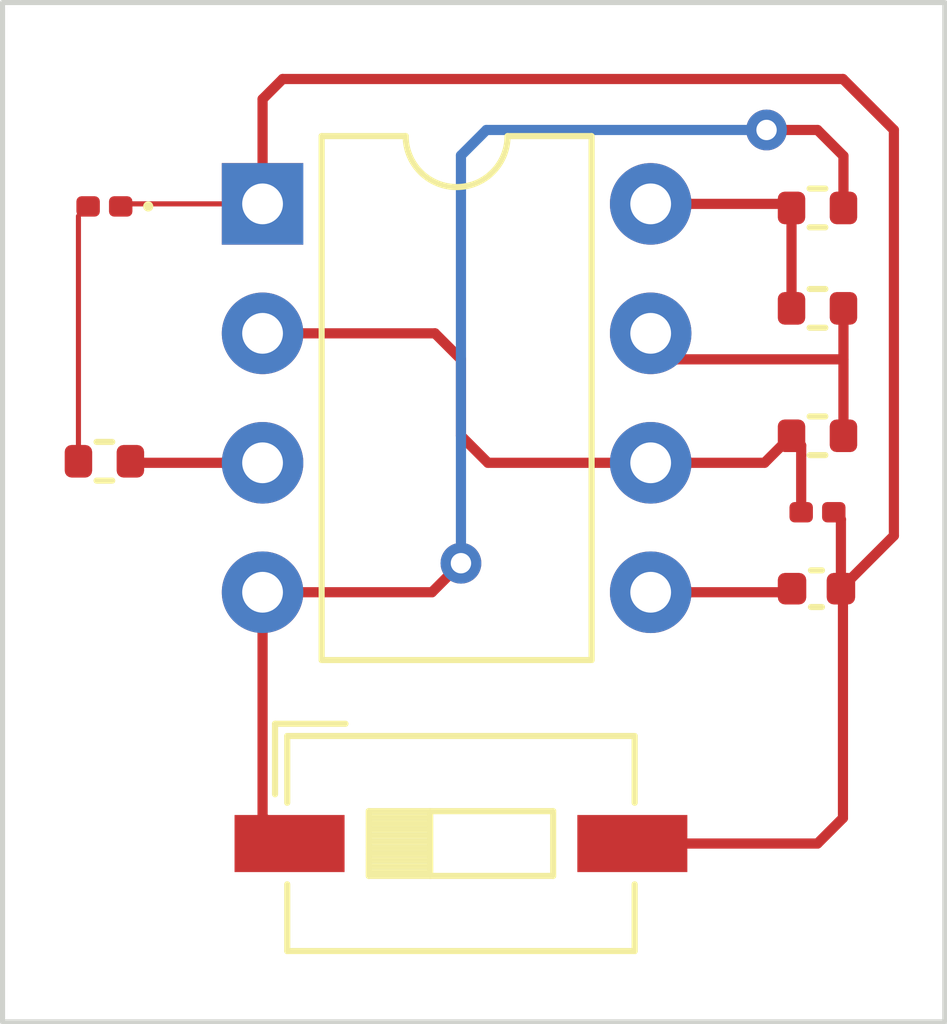
<source format=kicad_pcb>
(kicad_pcb (version 20221018) (generator pcbnew)
  (layers (0 "F.Cu" signal) (31 "B.Cu" signal) (34 "B.Paste" user) (35 "F.Paste" user) (36 "B.SilkS" user "B.Silkscreen") (37 "F.SilkS" user "F.Silkscreen") (38 "B.Mask" user) (39 "F.Mask" user) (44 "Edge.Cuts" user))
  (net 0 "")
  (net 1 "Net-(U1-CV)")
  (net 2 "GND")
  (net 3 "Net-(U1-THR)")
  (net 4 "Net-(D1-A)")
  (net 5 "+5V")
  (net 6 "Net-(SW1A-A)")
  (net 7 "Net-(U1-DIS)")
  (net 8 "Net-(U1-Q)")
  (footprint "Package_DIP:DIP-8_W7.62mm" (layer "F.Cu") (at 159.105 78.45)
    (fp_text reference "U1" hide)
    (fp_text value "NE555P" hide)
    (fp_line (start 1.16 -1.33) (end 1.16 8.95) (stroke (width 0.12)) (layer "F.SilkS"))
    (fp_line (start 1.16 8.95) (end 6.46 8.95) (stroke (width 0.12)) (layer "F.SilkS"))
    (fp_line (start 2.81 -1.33) (end 1.16 -1.33) (stroke (width 0.12)) (layer "F.SilkS"))
    (fp_line (start 6.46 -1.33) (end 4.81 -1.33) (stroke (width 0.12)) (layer "F.SilkS"))
    (fp_line (start 6.46 8.95) (end 6.46 -1.33) (stroke (width 0.12)) (layer "F.SilkS"))
    (fp_arc (start 4.81 -1.33) (mid 3.81 -0.33) (end 2.81 -1.33) (stroke (width 0.12)) (layer "F.SilkS"))
    (pad "1" thru_hole rect (at 0 0) (size 1.6 1.6) (drill 0.8) (layers "*.Cu" "*.Mask") (net 2 "GND"))
    (pad "2" thru_hole oval (at 0 2.54) (size 1.6 1.6) (drill 0.8) (layers "*.Cu" "*.Mask") (net 3 "Net-(U1-THR)"))
    (pad "3" thru_hole oval (at 0 5.08) (size 1.6 1.6) (drill 0.8) (layers "*.Cu" "*.Mask") (net 8 "Net-(U1-Q)"))
    (pad "4" thru_hole oval (at 0 7.62) (size 1.6 1.6) (drill 0.8) (layers "*.Cu" "*.Mask") (net 6 "Net-(SW1A-A)"))
    (pad "5" thru_hole oval (at 7.62 7.62) (size 1.6 1.6) (drill 0.8) (layers "*.Cu" "*.Mask") (net 1 "Net-(U1-CV)"))
    (pad "6" thru_hole oval (at 7.62 5.08) (size 1.6 1.6) (drill 0.8) (layers "*.Cu" "*.Mask") (net 3 "Net-(U1-THR)"))
    (pad "7" thru_hole oval (at 7.62 2.54) (size 1.6 1.6) (drill 0.8) (layers "*.Cu" "*.Mask") (net 7 "Net-(U1-DIS)"))
    (pad "8" thru_hole oval (at 7.62 0) (size 1.6 1.6) (drill 0.8) (layers "*.Cu" "*.Mask") (net 5 "+5V"))
  )
  (footprint "Resistor_SMD:R_0402_1005Metric" (layer "F.Cu") (at 170 78.53)
    (fp_text reference "R1" hide)
    (fp_text value "10k" hide)
    (fp_line (start -0.153641 -0.38) (end 0.153641 -0.38) (stroke (width 0.12)) (layer "F.SilkS"))
    (fp_line (start -0.153641 0.38) (end 0.153641 0.38) (stroke (width 0.12)) (layer "F.SilkS"))
    (pad "1" smd roundrect (at -0.51 0) (size 0.54 0.64) (layers "F.Cu" "F.Paste" "F.Mask") (net 5 "+5V"))
    (pad "2" smd roundrect (at 0.51 0) (size 0.54 0.64) (layers "F.Cu" "F.Paste" "F.Mask") (net 6 "Net-(SW1A-A)"))
  )
  (footprint "Resistor_SMD:R_0402_1005Metric" (layer "F.Cu") (at 156 83.5 180)
    (fp_text reference "R4" hide)
    (fp_text value "330" hide)
    (fp_line (start -0.153641 -0.38) (end 0.153641 -0.38) (stroke (width 0.12)) (layer "F.SilkS"))
    (fp_line (start -0.153641 0.38) (end 0.153641 0.38) (stroke (width 0.12)) (layer "F.SilkS"))
    (pad "1" smd roundrect (at -0.51 0 180) (size 0.54 0.64) (layers "F.Cu" "F.Paste" "F.Mask") (net 8 "Net-(U1-Q)"))
    (pad "2" smd roundrect (at 0.51 0 180) (size 0.54 0.64) (layers "F.Cu" "F.Paste" "F.Mask") (net 4 "Net-(D1-A)"))
  )
  (footprint "Resistor_SMD:R_0402_1005Metric" (layer "F.Cu") (at 170 83 180)
    (fp_text reference "R3" hide)
    (fp_text value "68k" hide)
    (fp_line (start -0.153641 -0.38) (end 0.153641 -0.38) (stroke (width 0.12)) (layer "F.SilkS"))
    (fp_line (start -0.153641 0.38) (end 0.153641 0.38) (stroke (width 0.12)) (layer "F.SilkS"))
    (pad "1" smd roundrect (at -0.51 0 180) (size 0.54 0.64) (layers "F.Cu" "F.Paste" "F.Mask") (net 7 "Net-(U1-DIS)"))
    (pad "2" smd roundrect (at 0.51 0 180) (size 0.54 0.64) (layers "F.Cu" "F.Paste" "F.Mask") (net 3 "Net-(U1-THR)"))
  )
  (footprint "Capacitor_SMD:C_0402_1005Metric" (layer "F.Cu") (at 169.98 86)
    (fp_text reference "C1" hide)
    (fp_text value "0.01u" hide)
    (fp_line (start -0.107836 -0.36) (end 0.107836 -0.36) (stroke (width 0.12)) (layer "F.SilkS"))
    (fp_line (start -0.107836 0.36) (end 0.107836 0.36) (stroke (width 0.12)) (layer "F.SilkS"))
    (pad "1" smd roundrect (at -0.48 0) (size 0.56 0.62) (layers "F.Cu" "F.Paste" "F.Mask") (net 1 "Net-(U1-CV)"))
    (pad "2" smd roundrect (at 0.48 0) (size 0.56 0.62) (layers "F.Cu" "F.Paste" "F.Mask") (net 2 "GND"))
  )
  (footprint "LED_SMD:LED_0201_0603Metric" (layer "F.Cu") (at 156 78.5 180)
    (fp_text reference "D1" hide)
    (fp_text value "LED" hide)
    (fp_circle (center -0.86 0) (end -0.81 0) (stroke (width 0.1)) (fill none) (layer "F.SilkS"))
    (pad "1" smd roundrect (at -0.32 0 180) (size 0.46 0.4) (layers "F.Cu" "F.Mask") (net 2 "GND"))
    (pad "2" smd roundrect (at 0.32 0 180) (size 0.46 0.4) (layers "F.Cu" "F.Mask") (net 4 "Net-(D1-A)"))
  )
  (footprint "Capacitor_SMD:C_0201_0603Metric" (layer "F.Cu") (at 170 84.5)
    (fp_text reference "C2" hide)
    (fp_text value "1u" hide)
    (pad "1" smd roundrect (at -0.32 0) (size 0.46 0.4) (layers "F.Cu" "F.Mask") (net 3 "Net-(U1-THR)"))
    (pad "2" smd roundrect (at 0.32 0) (size 0.46 0.4) (layers "F.Cu" "F.Mask") (net 2 "GND"))
  )
  (footprint "Button_Switch_SMD:SW_DIP_SPSTx01_Slide_6.7x4.1mm_W6.73mm_P2.54mm_LowProfile_JPin" (layer "F.Cu") (at 163 91)
    (fp_text reference "SW1" hide)
    (fp_text value "SW_DPST_x2" hide)
    (fp_line (start -3.65 -2.35) (end -3.65 -0.967) (stroke (width 0.12)) (layer "F.SilkS"))
    (fp_line (start -3.65 -2.35) (end -2.267 -2.35) (stroke (width 0.12)) (layer "F.SilkS"))
    (fp_line (start -3.41 -2.11) (end -3.41 -0.8) (stroke (width 0.12)) (layer "F.SilkS"))
    (fp_line (start -3.41 -2.11) (end 3.41 -2.11) (stroke (width 0.12)) (layer "F.SilkS"))
    (fp_line (start -3.41 0.8) (end -3.41 2.11) (stroke (width 0.12)) (layer "F.SilkS"))
    (fp_line (start -3.41 2.11) (end 3.41 2.11) (stroke (width 0.12)) (layer "F.SilkS"))
    (fp_line (start -1.81 -0.635) (end -1.81 0.635) (stroke (width 0.12)) (layer "F.SilkS"))
    (fp_line (start -1.81 -0.515) (end -0.603333 -0.515) (stroke (width 0.12)) (layer "F.SilkS"))
    (fp_line (start -1.81 -0.395) (end -0.603333 -0.395) (stroke (width 0.12)) (layer "F.SilkS"))
    (fp_line (start -1.81 -0.275) (end -0.603333 -0.275) (stroke (width 0.12)) (layer "F.SilkS"))
    (fp_line (start -1.81 -0.155) (end -0.603333 -0.155) (stroke (width 0.12)) (layer "F.SilkS"))
    (fp_line (start -1.81 -0.035) (end -0.603333 -0.035) (stroke (width 0.12)) (layer "F.SilkS"))
    (fp_line (start -1.81 0.085) (end -0.603333 0.085) (stroke (width 0.12)) (layer "F.SilkS"))
    (fp_line (start -1.81 0.205) (end -0.603333 0.205) (stroke (width 0.12)) (layer "F.SilkS"))
    (fp_line (start -1.81 0.325) (end -0.603333 0.325) (stroke (width 0.12)) (layer "F.SilkS"))
    (fp_line (start -1.81 0.445) (end -0.603333 0.445) (stroke (width 0.12)) (layer "F.SilkS"))
    (fp_line (start -1.81 0.565) (end -0.603333 0.565) (stroke (width 0.12)) (layer "F.SilkS"))
    (fp_line (start -1.81 0.635) (end 1.81 0.635) (stroke (width 0.12)) (layer "F.SilkS"))
    (fp_line (start -0.603333 -0.635) (end -0.603333 0.635) (stroke (width 0.12)) (layer "F.SilkS"))
    (fp_line (start 1.81 -0.635) (end -1.81 -0.635) (stroke (width 0.12)) (layer "F.SilkS"))
    (fp_line (start 1.81 0.635) (end 1.81 -0.635) (stroke (width 0.12)) (layer "F.SilkS"))
    (fp_line (start 3.41 -2.11) (end 3.41 -0.8) (stroke (width 0.12)) (layer "F.SilkS"))
    (fp_line (start 3.41 0.8) (end 3.41 2.11) (stroke (width 0.12)) (layer "F.SilkS"))
    (pad "1" smd rect (at -3.365 0) (size 2.16 1.12) (layers "F.Cu" "F.Paste" "F.Mask") (net 6 "Net-(SW1A-A)"))
    (pad "2" smd rect (at 3.365 0) (size 2.16 1.12) (layers "F.Cu" "F.Paste" "F.Mask") (net 2 "GND"))
  )
  (footprint "Resistor_SMD:R_0402_1005Metric" (layer "F.Cu") (at 170 80.5)
    (fp_text reference "R2" hide)
    (fp_text value "6.8k" hide)
    (fp_line (start -0.153641 -0.38) (end 0.153641 -0.38) (stroke (width 0.12)) (layer "F.SilkS"))
    (fp_line (start -0.153641 0.38) (end 0.153641 0.38) (stroke (width 0.12)) (layer "F.SilkS"))
    (pad "1" smd roundrect (at -0.51 0) (size 0.54 0.64) (layers "F.Cu" "F.Paste" "F.Mask") (net 5 "+5V"))
    (pad "2" smd roundrect (at 0.51 0) (size 0.54 0.64) (layers "F.Cu" "F.Paste" "F.Mask") (net 7 "Net-(U1-DIS)"))
  )
  (gr_rect (start 154 74.5) (end 172.5 94.5) (stroke (width 0.1)) (fill none) (layer "Edge.Cuts"))
  (segment (start 169.5 86) (end 169.43 86.07) (width 0.2) (layer "F.Cu") (net 1))
  (segment (start 169.43 86.07) (end 166.725 86.07) (width 0.2) (layer "F.Cu") (net 1))
  (segment (start 156.32 78.5) (end 156.37 78.45) (width 0.1) (layer "F.Cu") (net 2))
  (segment (start 170.5 90.5) (end 170.5 86.04) (width 0.2) (layer "F.Cu") (net 2))
  (segment (start 159.5 76) (end 170.5 76) (width 0.2) (layer "F.Cu") (net 2))
  (segment (start 171.5 77) (end 171.5 84.96) (width 0.2) (layer "F.Cu") (net 2))
  (segment (start 156.37 78.45) (end 159.105 78.45) (width 0.1) (layer "F.Cu") (net 2))
  (segment (start 170.5 76) (end 171.5 77) (width 0.2) (layer "F.Cu") (net 2))
  (segment (start 170.46 86) (end 170.46 84.64) (width 0.2) (layer "F.Cu") (net 2))
  (segment (start 170 91) (end 170.5 90.5) (width 0.2) (layer "F.Cu") (net 2))
  (segment (start 170.5 86.04) (end 170.46 86) (width 0.2) (layer "F.Cu") (net 2))
  (segment (start 159.105 78.45) (end 159.105 76.395) (width 0.2) (layer "F.Cu") (net 2))
  (segment (start 170.46 84.64) (end 170.32 84.5) (width 0.2) (layer "F.Cu") (net 2))
  (segment (start 166.365 91) (end 170 91) (width 0.2) (layer "F.Cu") (net 2))
  (segment (start 171.5 84.96) (end 170.46 86) (width 0.2) (layer "F.Cu") (net 2))
  (segment (start 159.105 76.395) (end 159.5 76) (width 0.2) (layer "F.Cu") (net 2))
  (segment (start 169.49 83) (end 168.96 83.53) (width 0.2) (layer "F.Cu") (net 3))
  (segment (start 169.68 84.5) (end 169.68 83.19) (width 0.2) (layer "F.Cu") (net 3))
  (segment (start 162.49 80.99) (end 163 81.5) (width 0.2) (layer "F.Cu") (net 3))
  (segment (start 159.105 80.99) (end 162.49 80.99) (width 0.2) (layer "F.Cu") (net 3))
  (segment (start 163 83) (end 163.53 83.53) (width 0.2) (layer "F.Cu") (net 3))
  (segment (start 168.96 83.53) (end 166.725 83.53) (width 0.2) (layer "F.Cu") (net 3))
  (segment (start 169.68 83.19) (end 169.49 83) (width 0.2) (layer "F.Cu") (net 3))
  (segment (start 163 81.5) (end 163 83) (width 0.2) (layer "F.Cu") (net 3))
  (segment (start 163.53 83.53) (end 166.725 83.53) (width 0.2) (layer "F.Cu") (net 3))
  (segment (start 155.49 78.69) (end 155.49 83.5) (width 0.1) (layer "F.Cu") (net 4))
  (segment (start 166.725 78.45) (end 169.41 78.45) (width 0.2) (layer "F.Cu") (net 5))
  (segment (start 169.49 78.53) (end 169.49 80.5) (width 0.2) (layer "F.Cu") (net 5))
  (segment (start 169.41 78.45) (end 169.49 78.53) (width 0.2) (layer "F.Cu") (net 5))
  (segment (start 159.105 86.07) (end 162.43 86.07) (width 0.2) (layer "F.Cu") (net 6))
  (segment (start 159.105 90.47) (end 159.635 91) (width 0.2) (layer "F.Cu") (net 6))
  (segment (start 159.105 86.07) (end 159.105 90.47) (width 0.2) (layer "F.Cu") (net 6))
  (segment (start 170.51 77.51) (end 170.51 78.53) (width 0.2) (layer "F.Cu") (net 6))
  (segment (start 162.43 86.07) (end 163 85.5) (width 0.2) (layer "F.Cu") (net 6))
  (segment (start 169 77) (end 170 77) (width 0.2) (layer "F.Cu") (net 6))
  (segment (start 170 77) (end 170.51 77.51) (width 0.2) (layer "F.Cu") (net 6))
  (via (at 169 77) (size 0.8) (drill 0.4) (layers "F.Cu" "B.Cu") (net 6))
  (via (at 163 85.5) (size 0.8) (drill 0.4) (layers "F.Cu" "B.Cu") (net 6))
  (segment (start 163 77.5) (end 163 85.5) (width 0.2) (layer "B.Cu") (net 6))
  (segment (start 163.5 77) (end 163 77.5) (width 0.2) (layer "B.Cu") (net 6))
  (segment (start 169 77) (end 163.5 77) (width 0.2) (layer "B.Cu") (net 6))
  (segment (start 167.235 81.5) (end 170.51 81.5) (width 0.2) (layer "F.Cu") (net 7))
  (segment (start 170.51 83) (end 170.51 81.5) (width 0.2) (layer "F.Cu") (net 7))
  (segment (start 166.725 80.99) (end 167.235 81.5) (width 0.2) (layer "F.Cu") (net 7))
  (segment (start 170.51 81.5) (end 170.51 80.5) (width 0.2) (layer "F.Cu") (net 7))
  (segment (start 156.51 83.5) (end 156.54 83.53) (width 0.2) (layer "F.Cu") (net 8))
  (segment (start 156.54 83.53) (end 159.105 83.53) (width 0.2) (layer "F.Cu") (net 8))
)
</source>
